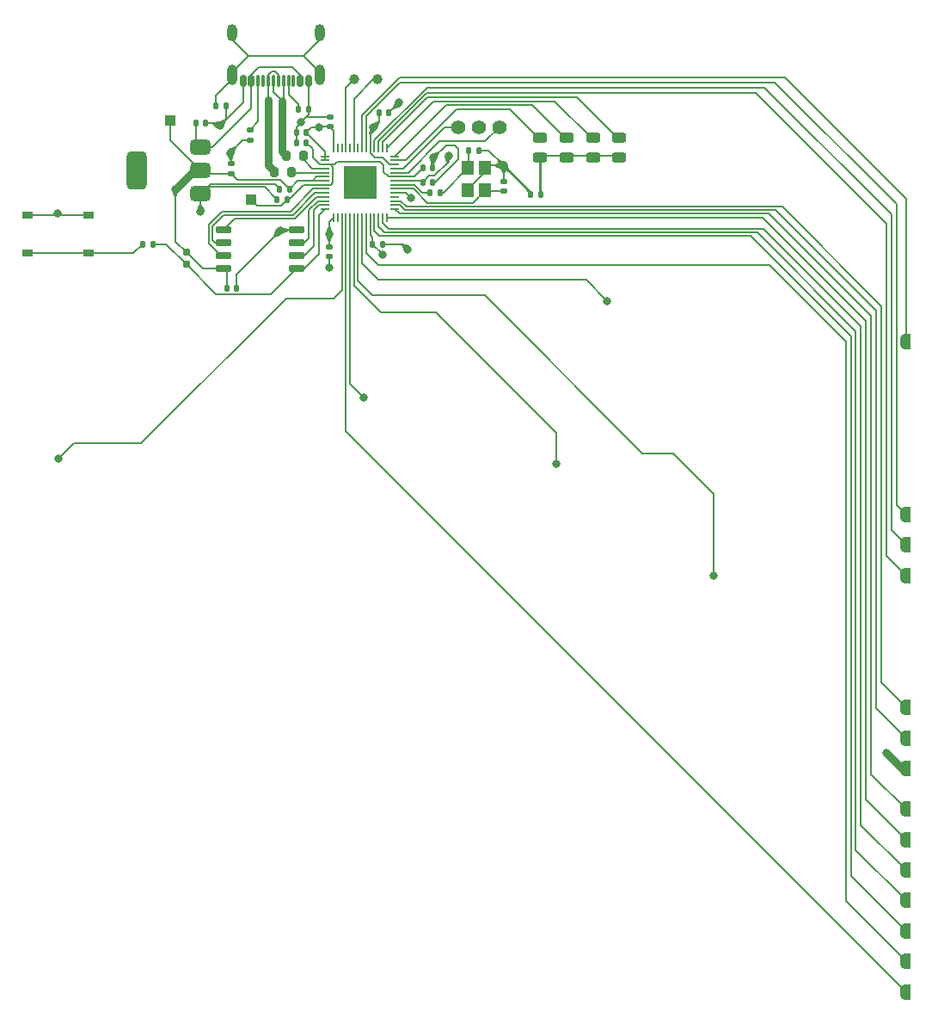
<source format=gbr>
%TF.GenerationSoftware,KiCad,Pcbnew,8.0.4*%
%TF.CreationDate,2024-07-30T01:54:57-07:00*%
%TF.ProjectId,3board_a,33626f61-7264-45f6-912e-6b696361645f,rev?*%
%TF.SameCoordinates,Original*%
%TF.FileFunction,Copper,L1,Top*%
%TF.FilePolarity,Positive*%
%FSLAX46Y46*%
G04 Gerber Fmt 4.6, Leading zero omitted, Abs format (unit mm)*
G04 Created by KiCad (PCBNEW 8.0.4) date 2024-07-30 01:54:57*
%MOMM*%
%LPD*%
G01*
G04 APERTURE LIST*
G04 Aperture macros list*
%AMRoundRect*
0 Rectangle with rounded corners*
0 $1 Rounding radius*
0 $2 $3 $4 $5 $6 $7 $8 $9 X,Y pos of 4 corners*
0 Add a 4 corners polygon primitive as box body*
4,1,4,$2,$3,$4,$5,$6,$7,$8,$9,$2,$3,0*
0 Add four circle primitives for the rounded corners*
1,1,$1+$1,$2,$3*
1,1,$1+$1,$4,$5*
1,1,$1+$1,$6,$7*
1,1,$1+$1,$8,$9*
0 Add four rect primitives between the rounded corners*
20,1,$1+$1,$2,$3,$4,$5,0*
20,1,$1+$1,$4,$5,$6,$7,0*
20,1,$1+$1,$6,$7,$8,$9,0*
20,1,$1+$1,$8,$9,$2,$3,0*%
%AMFreePoly0*
4,1,19,0.500000,-0.750000,0.000000,-0.750000,0.000000,-0.744911,-0.071157,-0.744911,-0.207708,-0.704816,-0.327430,-0.627875,-0.420627,-0.520320,-0.479746,-0.390866,-0.500000,-0.250000,-0.500000,0.250000,-0.479746,0.390866,-0.420627,0.520320,-0.327430,0.627875,-0.207708,0.704816,-0.071157,0.744911,0.000000,0.744911,0.000000,0.750000,0.500000,0.750000,0.500000,-0.750000,0.500000,-0.750000,
$1*%
G04 Aperture macros list end*
%TA.AperFunction,SMDPad,CuDef*%
%ADD10RoundRect,0.140000X0.170000X-0.140000X0.170000X0.140000X-0.170000X0.140000X-0.170000X-0.140000X0*%
%TD*%
%TA.AperFunction,SMDPad,CuDef*%
%ADD11RoundRect,0.135000X0.135000X0.185000X-0.135000X0.185000X-0.135000X-0.185000X0.135000X-0.185000X0*%
%TD*%
%TA.AperFunction,SMDPad,CuDef*%
%ADD12C,1.000000*%
%TD*%
%TA.AperFunction,ComponentPad*%
%ADD13C,0.600000*%
%TD*%
%TA.AperFunction,SMDPad,CuDef*%
%ADD14FreePoly0,0.000000*%
%TD*%
%TA.AperFunction,SMDPad,CuDef*%
%ADD15RoundRect,0.140000X-0.170000X0.140000X-0.170000X-0.140000X0.170000X-0.140000X0.170000X0.140000X0*%
%TD*%
%TA.AperFunction,SMDPad,CuDef*%
%ADD16RoundRect,0.140000X0.140000X0.170000X-0.140000X0.170000X-0.140000X-0.170000X0.140000X-0.170000X0*%
%TD*%
%TA.AperFunction,SMDPad,CuDef*%
%ADD17RoundRect,0.135000X-0.135000X-0.185000X0.135000X-0.185000X0.135000X0.185000X-0.135000X0.185000X0*%
%TD*%
%TA.AperFunction,SMDPad,CuDef*%
%ADD18RoundRect,0.243750X0.456250X-0.243750X0.456250X0.243750X-0.456250X0.243750X-0.456250X-0.243750X0*%
%TD*%
%TA.AperFunction,ComponentPad*%
%ADD19R,1.000000X1.000000*%
%TD*%
%TA.AperFunction,SMDPad,CuDef*%
%ADD20RoundRect,0.160000X-0.160000X0.197500X-0.160000X-0.197500X0.160000X-0.197500X0.160000X0.197500X0*%
%TD*%
%TA.AperFunction,SMDPad,CuDef*%
%ADD21RoundRect,0.140000X-0.140000X-0.170000X0.140000X-0.170000X0.140000X0.170000X-0.140000X0.170000X0*%
%TD*%
%TA.AperFunction,SMDPad,CuDef*%
%ADD22RoundRect,0.150000X0.150000X0.420000X-0.150000X0.420000X-0.150000X-0.420000X0.150000X-0.420000X0*%
%TD*%
%TA.AperFunction,SMDPad,CuDef*%
%ADD23RoundRect,0.075000X0.075000X0.495000X-0.075000X0.495000X-0.075000X-0.495000X0.075000X-0.495000X0*%
%TD*%
%TA.AperFunction,ComponentPad*%
%ADD24O,1.000000X2.000000*%
%TD*%
%TA.AperFunction,ComponentPad*%
%ADD25O,1.000000X1.700000*%
%TD*%
%TA.AperFunction,SMDPad,CuDef*%
%ADD26RoundRect,0.150000X0.650000X0.150000X-0.650000X0.150000X-0.650000X-0.150000X0.650000X-0.150000X0*%
%TD*%
%TA.AperFunction,ComponentPad*%
%ADD27C,1.400000*%
%TD*%
%TA.AperFunction,SMDPad,CuDef*%
%ADD28RoundRect,0.200000X-0.200000X-0.275000X0.200000X-0.275000X0.200000X0.275000X-0.200000X0.275000X0*%
%TD*%
%TA.AperFunction,SMDPad,CuDef*%
%ADD29R,1.200000X1.400000*%
%TD*%
%TA.AperFunction,SMDPad,CuDef*%
%ADD30R,1.000000X0.750000*%
%TD*%
%TA.AperFunction,SMDPad,CuDef*%
%ADD31RoundRect,0.500000X0.500000X1.400000X-0.500000X1.400000X-0.500000X-1.400000X0.500000X-1.400000X0*%
%TD*%
%TA.AperFunction,SMDPad,CuDef*%
%ADD32RoundRect,0.375000X0.625000X0.375000X-0.625000X0.375000X-0.625000X-0.375000X0.625000X-0.375000X0*%
%TD*%
%TA.AperFunction,SMDPad,CuDef*%
%ADD33RoundRect,0.050000X0.050000X-0.387500X0.050000X0.387500X-0.050000X0.387500X-0.050000X-0.387500X0*%
%TD*%
%TA.AperFunction,SMDPad,CuDef*%
%ADD34RoundRect,0.050000X0.387500X-0.050000X0.387500X0.050000X-0.387500X0.050000X-0.387500X-0.050000X0*%
%TD*%
%TA.AperFunction,HeatsinkPad*%
%ADD35R,3.200000X3.200000*%
%TD*%
%TA.AperFunction,SMDPad,CuDef*%
%ADD36RoundRect,0.135000X-0.185000X0.135000X-0.185000X-0.135000X0.185000X-0.135000X0.185000X0.135000X0*%
%TD*%
%TA.AperFunction,ViaPad*%
%ADD37C,0.800000*%
%TD*%
%TA.AperFunction,Conductor*%
%ADD38C,0.200000*%
%TD*%
%TA.AperFunction,Conductor*%
%ADD39C,0.800000*%
%TD*%
%TA.AperFunction,Conductor*%
%ADD40C,0.150000*%
%TD*%
%TA.AperFunction,Conductor*%
%ADD41C,0.250000*%
%TD*%
%TA.AperFunction,Conductor*%
%ADD42C,0.300000*%
%TD*%
G04 APERTURE END LIST*
D10*
%TO.P,C11,1*%
%TO.N,+3.3V*%
X81700000Y-31380000D03*
%TO.P,C11,2*%
%TO.N,GND*%
X81700000Y-30420000D03*
%TD*%
D11*
%TO.P,R9,1*%
%TO.N,Net-(D1-K)*%
X102510000Y-38000000D03*
%TO.P,R9,2*%
%TO.N,GND*%
X101490000Y-38000000D03*
%TD*%
D12*
%TO.P,TP4,1,1*%
%TO.N,Net-(U1-GPIO27_ADC1)*%
X84100000Y-26700000D03*
%TD*%
D13*
%TO.P,,57,GND*%
%TO.N,GND*%
X83700000Y-36840000D03*
%TD*%
D14*
%TO.P,JP5,1,A*%
%TO.N,/Main/A2*%
X138350000Y-91500000D03*
%TD*%
D15*
%TO.P,C3,1*%
%TO.N,GND*%
X98852000Y-36728000D03*
%TO.P,C3,2*%
%TO.N,/Main/XIN*%
X98852000Y-37688000D03*
%TD*%
D12*
%TO.P,TP3,1,1*%
%TO.N,Net-(U1-GPIO25)*%
X86400000Y-26700000D03*
%TD*%
D16*
%TO.P,C7,1*%
%TO.N,+3.3V*%
X79360000Y-31930000D03*
%TO.P,C7,2*%
%TO.N,GND*%
X78400000Y-31930000D03*
%TD*%
D13*
%TO.P,,57,GND*%
%TO.N,GND*%
X84716000Y-36840000D03*
%TD*%
D16*
%TO.P,C6,1*%
%TO.N,+1V1*%
X79360000Y-32930000D03*
%TO.P,C6,2*%
%TO.N,GND*%
X78400000Y-32930000D03*
%TD*%
D17*
%TO.P,R1,1*%
%TO.N,Net-(J1-SHIELD)*%
X70490000Y-29347000D03*
%TO.P,R1,2*%
%TO.N,GND*%
X71510000Y-29347000D03*
%TD*%
D18*
%TO.P,D2,1,K*%
%TO.N,Net-(D1-K)*%
X105010000Y-34350000D03*
%TO.P,D2,2,A*%
%TO.N,/Main/P2*%
X105010000Y-32475000D03*
%TD*%
D19*
%TO.P,TP2,1,1*%
%TO.N,+1V1*%
X73900000Y-38500000D03*
%TD*%
D11*
%TO.P,R4,1*%
%TO.N,Net-(C4-Pad2)*%
X92590000Y-37856000D03*
%TO.P,R4,2*%
%TO.N,/Main/XOUT*%
X91570000Y-37856000D03*
%TD*%
D13*
%TO.P,,57,GND*%
%TO.N,GND*%
X83700000Y-35824000D03*
%TD*%
D14*
%TO.P,JP11,1,A*%
%TO.N,/Main/R2*%
X138350000Y-113500000D03*
%TD*%
D10*
%TO.P,C2,1*%
%TO.N,+3.3V*%
X72000000Y-35980000D03*
%TO.P,C2,2*%
%TO.N,GND*%
X72000000Y-35020000D03*
%TD*%
D20*
%TO.P,R6,1*%
%TO.N,+3.3V*%
X67571000Y-43735500D03*
%TO.P,R6,2*%
%TO.N,/Main/QSPI_SS*%
X67571000Y-44930500D03*
%TD*%
D13*
%TO.P,,57,GND*%
%TO.N,GND*%
X84716000Y-37856000D03*
%TD*%
D17*
%TO.P,R5,1*%
%TO.N,Net-(R5-Pad1)*%
X63251000Y-42936000D03*
%TO.P,R5,2*%
%TO.N,/Main/QSPI_SS*%
X64271000Y-42936000D03*
%TD*%
D21*
%TO.P,C14,1*%
%TO.N,+3.3V*%
X90840000Y-36840000D03*
%TO.P,C14,2*%
%TO.N,GND*%
X91800000Y-36840000D03*
%TD*%
D22*
%TO.P,J1,A1,GND*%
%TO.N,GND*%
X79580000Y-26865000D03*
%TO.P,J1,A4,VBUS*%
%TO.N,VBUS*%
X78780000Y-26865000D03*
D23*
%TO.P,J1,A5,CC1*%
%TO.N,Net-(J1-CC1)*%
X77630000Y-26865000D03*
%TO.P,J1,A6,D+*%
%TO.N,/Main/D+*%
X76630000Y-26865000D03*
%TO.P,J1,A7,D-*%
%TO.N,/Main/D-*%
X76130000Y-26865000D03*
%TO.P,J1,A8,SBU1*%
%TO.N,unconnected-(J1-SBU1-PadA8)*%
X75130000Y-26865000D03*
D22*
%TO.P,J1,A9,VBUS*%
%TO.N,VBUS*%
X73980000Y-26865000D03*
%TO.P,J1,A12,GND*%
%TO.N,GND*%
X73180000Y-26865000D03*
%TO.P,J1,B1,GND*%
X73180000Y-26865000D03*
%TO.P,J1,B4,VBUS*%
%TO.N,VBUS*%
X73980000Y-26865000D03*
D23*
%TO.P,J1,B5,CC2*%
%TO.N,Net-(J1-CC2)*%
X74630000Y-26865000D03*
%TO.P,J1,B6,D+*%
%TO.N,/Main/D+*%
X75630000Y-26865000D03*
%TO.P,J1,B7,D-*%
%TO.N,/Main/D-*%
X77130000Y-26865000D03*
%TO.P,J1,B8,SBU2*%
%TO.N,unconnected-(J1-SBU2-PadB8)*%
X78130000Y-26865000D03*
D22*
%TO.P,J1,B9,VBUS*%
%TO.N,VBUS*%
X78780000Y-26865000D03*
%TO.P,J1,B12,GND*%
%TO.N,GND*%
X79580000Y-26865000D03*
D24*
%TO.P,J1,S1,SHIELD*%
%TO.N,Net-(J1-SHIELD)*%
X80700000Y-26295000D03*
D25*
X80700000Y-22100000D03*
D24*
X72060000Y-26295000D03*
D25*
X72060000Y-22100000D03*
%TD*%
D26*
%TO.P,U3,1,~{CS}*%
%TO.N,/Main/QSPI_SS*%
X78410000Y-45349000D03*
%TO.P,U3,2,DO(IO1)*%
%TO.N,/Main/QSPI_SD1*%
X78410000Y-44079000D03*
%TO.P,U3,3,IO2*%
%TO.N,/Main/QSPI_SD2*%
X78410000Y-42809000D03*
%TO.P,U3,4,GND*%
%TO.N,GND*%
X78410000Y-41539000D03*
%TO.P,U3,5,DI(IO0)*%
%TO.N,/Main/QSPI_SD0*%
X71210000Y-41539000D03*
%TO.P,U3,6,CLK*%
%TO.N,/Main/QSPI_SCLK*%
X71210000Y-42809000D03*
%TO.P,U3,7,IO3*%
%TO.N,/Main/QSPI_SD3*%
X71210000Y-44079000D03*
%TO.P,U3,8,VCC*%
%TO.N,+3.3V*%
X71210000Y-45349000D03*
%TD*%
D27*
%TO.P,J2,1,Pin_1*%
%TO.N,/Main/SWCLK*%
X98380000Y-31430000D03*
%TO.P,J2,2,Pin_2*%
%TO.N,GND*%
X96380000Y-31430000D03*
%TO.P,J2,3,Pin_3*%
%TO.N,/Main/SWDIO*%
X94380000Y-31430000D03*
%TD*%
D14*
%TO.P,JP9,1,A*%
%TO.N,/Main/L3*%
X138350000Y-52500000D03*
%TD*%
D21*
%TO.P,C8,1*%
%TO.N,+1V1*%
X90840000Y-35430000D03*
%TO.P,C8,2*%
%TO.N,GND*%
X91800000Y-35430000D03*
%TD*%
D13*
%TO.P,,57,GND*%
%TO.N,GND*%
X85732000Y-35824000D03*
%TD*%
D28*
%TO.P,R7,1*%
%TO.N,/Main/D-*%
X77425000Y-34250000D03*
%TO.P,R7,2*%
%TO.N,Net-(U1-USB_DM)*%
X79075000Y-34250000D03*
%TD*%
D18*
%TO.P,D1,1,K*%
%TO.N,Net-(D1-K)*%
X102420000Y-34350000D03*
%TO.P,D1,2,A*%
%TO.N,/Main/P1*%
X102420000Y-32475000D03*
%TD*%
D13*
%TO.P,,57,GND*%
%TO.N,GND*%
X84716000Y-35824000D03*
%TD*%
D14*
%TO.P,JP8,1,A*%
%TO.N,/Main/B4*%
X138350000Y-101500000D03*
%TD*%
%TO.P,JP2,1,A*%
%TO.N,/Main/S2*%
X138350000Y-72500000D03*
%TD*%
%TO.P,JP13,1,A*%
%TO.N,/Main/B1*%
X138350000Y-107500000D03*
%TD*%
D29*
%TO.P,Y1,1,1*%
%TO.N,/Main/XIN*%
X96996000Y-37630000D03*
%TO.P,Y1,2,2*%
%TO.N,GND*%
X96996000Y-35430000D03*
%TO.P,Y1,3,3*%
%TO.N,Net-(C4-Pad2)*%
X95296000Y-35430000D03*
%TO.P,Y1,4,4*%
%TO.N,GND*%
X95296000Y-37630000D03*
%TD*%
D28*
%TO.P,R8,1*%
%TO.N,/Main/D+*%
X76250000Y-35800000D03*
%TO.P,R8,2*%
%TO.N,Net-(U1-USB_DP)*%
X77900000Y-35800000D03*
%TD*%
D21*
%TO.P,C13,1*%
%TO.N,+3.3V*%
X85900000Y-42930000D03*
%TO.P,C13,2*%
%TO.N,GND*%
X86860000Y-42930000D03*
%TD*%
%TO.P,C1,1*%
%TO.N,VBUS*%
X68520000Y-31000000D03*
%TO.P,C1,2*%
%TO.N,GND*%
X69480000Y-31000000D03*
%TD*%
D14*
%TO.P,JP12,1,A*%
%TO.N,/Main/B2*%
X138350000Y-110500000D03*
%TD*%
%TO.P,JP10,1,A*%
%TO.N,/Main/B3*%
X138350000Y-98500000D03*
%TD*%
D13*
%TO.P,,57,GND*%
%TO.N,GND*%
X85732000Y-36840000D03*
%TD*%
D30*
%TO.P,SW1,1,1*%
%TO.N,GND*%
X51905000Y-40055000D03*
X57905000Y-40055000D03*
%TO.P,SW1,2,2*%
%TO.N,Net-(R5-Pad1)*%
X51905000Y-43805000D03*
X57905000Y-43805000D03*
%TD*%
D14*
%TO.P,JP4,1,A*%
%TO.N,/Main/A1*%
X138350000Y-88500000D03*
%TD*%
D18*
%TO.P,D3,1,K*%
%TO.N,Net-(D1-K)*%
X107600000Y-34350000D03*
%TO.P,D3,2,A*%
%TO.N,/Main/P3*%
X107600000Y-32475000D03*
%TD*%
D14*
%TO.P,JP1,1,A*%
%TO.N,GND*%
X138350000Y-94500000D03*
%TD*%
%TO.P,JP6,1,A*%
%TO.N,/Main/L1*%
X138350000Y-69500000D03*
%TD*%
D19*
%TO.P,TP1,1,1*%
%TO.N,+3.3V*%
X66000000Y-30750000D03*
%TD*%
D13*
%TO.P,,57,GND*%
%TO.N,GND*%
X85732000Y-37856000D03*
%TD*%
D14*
%TO.P,JP3,1,A*%
%TO.N,/Main/S1*%
X138350000Y-75500000D03*
%TD*%
D17*
%TO.P,R3,1*%
%TO.N,Net-(J1-CC1)*%
X78620000Y-29680000D03*
%TO.P,R3,2*%
%TO.N,GND*%
X79640000Y-29680000D03*
%TD*%
D31*
%TO.P,U2,*%
%TO.N,*%
X62672000Y-35678000D03*
D32*
%TO.P,U2,1,GND*%
%TO.N,GND*%
X68972000Y-37978000D03*
%TO.P,U2,2,VO*%
%TO.N,+3.3V*%
X68972000Y-35678000D03*
%TO.P,U2,3,VI*%
%TO.N,VBUS*%
X68972000Y-33378000D03*
%TD*%
D13*
%TO.P,,57,GND*%
%TO.N,GND*%
X83700000Y-37856000D03*
%TD*%
D33*
%TO.P,U1,1,IOVDD*%
%TO.N,+3.3V*%
X82078000Y-40315500D03*
%TO.P,U1,2,GPIO0*%
%TO.N,unconnected-(U1-GPIO0-Pad2)*%
X82478000Y-40315500D03*
%TO.P,U1,3,GPIO1*%
%TO.N,L2*%
X82878000Y-40315500D03*
%TO.P,U1,4,GPIO2*%
%TO.N,/Main/SPACE*%
X83278000Y-40315500D03*
%TO.P,U1,5,GPIO3*%
%TO.N,LEFT*%
X83678000Y-40315500D03*
%TO.P,U1,6,GPIO4*%
%TO.N,DOWN*%
X84078000Y-40315500D03*
%TO.P,U1,7,GPIO5*%
%TO.N,RIGHT*%
X84478000Y-40315500D03*
%TO.P,U1,8,GPIO6*%
%TO.N,W*%
X84878000Y-40315500D03*
%TO.P,U1,9,GPIO7*%
%TO.N,/Main/R2*%
X85278000Y-40315500D03*
%TO.P,U1,10,IOVDD*%
%TO.N,+3.3V*%
X85678000Y-40315500D03*
%TO.P,U1,11,GPIO8*%
%TO.N,/Main/B2*%
X86078000Y-40315500D03*
%TO.P,U1,12,GPIO9*%
%TO.N,/Main/B1*%
X86478000Y-40315500D03*
%TO.P,U1,13,GPIO10*%
%TO.N,/Main/R1*%
X86878000Y-40315500D03*
%TO.P,U1,14,GPIO11*%
%TO.N,/Main/B4*%
X87278000Y-40315500D03*
D34*
%TO.P,U1,15,GPIO12*%
%TO.N,/Main/B3*%
X88115500Y-39478000D03*
%TO.P,U1,16,GPIO13*%
%TO.N,/Main/A2*%
X88115500Y-39078000D03*
%TO.P,U1,17,GPIO14*%
%TO.N,/Main/A1*%
X88115500Y-38678000D03*
%TO.P,U1,18,GPIO15*%
%TO.N,unconnected-(U1-GPIO15-Pad18)*%
X88115500Y-38278000D03*
%TO.P,U1,19,TESTEN*%
%TO.N,GND*%
X88115500Y-37878000D03*
%TO.P,U1,20,XIN*%
%TO.N,/Main/XIN*%
X88115500Y-37478000D03*
%TO.P,U1,21,XOUT*%
%TO.N,/Main/XOUT*%
X88115500Y-37078000D03*
%TO.P,U1,22,IOVDD*%
%TO.N,+3.3V*%
X88115500Y-36678000D03*
%TO.P,U1,23,DVDD*%
%TO.N,+1V1*%
X88115500Y-36278000D03*
%TO.P,U1,24,SWCLK*%
%TO.N,/Main/SWCLK*%
X88115500Y-35878000D03*
%TO.P,U1,25,SWD*%
%TO.N,/Main/SWDIO*%
X88115500Y-35478000D03*
%TO.P,U1,26,RUN*%
%TO.N,+3.3V*%
X88115500Y-35078000D03*
%TO.P,U1,27,GPIO16*%
%TO.N,/Main/P1*%
X88115500Y-34678000D03*
%TO.P,U1,28,GPIO17*%
%TO.N,/Main/P2*%
X88115500Y-34278000D03*
D33*
%TO.P,U1,29,GPIO18*%
%TO.N,/Main/P3*%
X87278000Y-33440500D03*
%TO.P,U1,30,GPIO19*%
%TO.N,/Main/P4*%
X86878000Y-33440500D03*
%TO.P,U1,31,GPIO20*%
%TO.N,/Main/S1*%
X86478000Y-33440500D03*
%TO.P,U1,32,GPIO21*%
%TO.N,/Main/S2*%
X86078000Y-33440500D03*
%TO.P,U1,33,IOVDD*%
%TO.N,+3.3V*%
X85678000Y-33440500D03*
%TO.P,U1,34,GPIO22*%
%TO.N,/Main/L1*%
X85278000Y-33440500D03*
%TO.P,U1,35,GPIO23*%
%TO.N,/Main/L3*%
X84878000Y-33440500D03*
%TO.P,U1,36,GPIO24*%
%TO.N,unconnected-(U1-GPIO24-Pad36)*%
X84478000Y-33440500D03*
%TO.P,U1,37,GPIO25*%
%TO.N,Net-(U1-GPIO25)*%
X84078000Y-33440500D03*
%TO.P,U1,38,GPIO26_ADC0*%
%TO.N,unconnected-(U1-GPIO26_ADC0-Pad38)*%
X83678000Y-33440500D03*
%TO.P,U1,39,GPIO27_ADC1*%
%TO.N,Net-(U1-GPIO27_ADC1)*%
X83278000Y-33440500D03*
%TO.P,U1,40,GPIO28_ADC2*%
%TO.N,unconnected-(U1-GPIO28_ADC2-Pad40)*%
X82878000Y-33440500D03*
%TO.P,U1,41,GPIO29_ADC3*%
%TO.N,unconnected-(U1-GPIO29_ADC3-Pad41)*%
X82478000Y-33440500D03*
%TO.P,U1,42,IOVDD*%
%TO.N,+3.3V*%
X82078000Y-33440500D03*
D34*
%TO.P,U1,43,ADC_AVDD*%
X81240500Y-34278000D03*
%TO.P,U1,44,VREG_IN*%
X81240500Y-34678000D03*
%TO.P,U1,45,VREG_VOUT*%
%TO.N,+1V1*%
X81240500Y-35078000D03*
%TO.P,U1,46,USB_DM*%
%TO.N,Net-(U1-USB_DM)*%
X81240500Y-35478000D03*
%TO.P,U1,47,USB_DP*%
%TO.N,Net-(U1-USB_DP)*%
X81240500Y-35878000D03*
%TO.P,U1,48,USB_VDD*%
%TO.N,+3.3V*%
X81240500Y-36278000D03*
%TO.P,U1,49,IOVDD*%
X81240500Y-36678000D03*
%TO.P,U1,50,DVDD*%
%TO.N,+1V1*%
X81240500Y-37078000D03*
%TO.P,U1,51,QSPI_SD3*%
%TO.N,/Main/QSPI_SD3*%
X81240500Y-37478000D03*
%TO.P,U1,52,QSPI_SCLK*%
%TO.N,/Main/QSPI_SCLK*%
X81240500Y-37878000D03*
%TO.P,U1,53,QSPI_SD0*%
%TO.N,/Main/QSPI_SD0*%
X81240500Y-38278000D03*
%TO.P,U1,54,QSPI_SD2*%
%TO.N,/Main/QSPI_SD2*%
X81240500Y-38678000D03*
%TO.P,U1,55,QSPI_SD1*%
%TO.N,/Main/QSPI_SD1*%
X81240500Y-39078000D03*
%TO.P,U1,56,QSPI_SS*%
%TO.N,/Main/QSPI_SS*%
X81240500Y-39478000D03*
D35*
%TO.P,U1,57,GND*%
%TO.N,GND*%
X84678000Y-36878000D03*
%TD*%
D21*
%TO.P,C5,1*%
%TO.N,+3.3V*%
X71536000Y-47254000D03*
%TO.P,C5,2*%
%TO.N,GND*%
X72496000Y-47254000D03*
%TD*%
%TO.P,C15,1*%
%TO.N,+3.3V*%
X86520000Y-30000000D03*
%TO.P,C15,2*%
%TO.N,GND*%
X87480000Y-30000000D03*
%TD*%
D14*
%TO.P,JP14,1,A*%
%TO.N,/Main/SPACE*%
X138350000Y-116500000D03*
%TD*%
D16*
%TO.P,C10,1*%
%TO.N,+3.3V*%
X77730000Y-37500000D03*
%TO.P,C10,2*%
%TO.N,GND*%
X76770000Y-37500000D03*
%TD*%
%TO.P,C9,1*%
%TO.N,+1V1*%
X77480000Y-38500000D03*
%TO.P,C9,2*%
%TO.N,GND*%
X76520000Y-38500000D03*
%TD*%
D18*
%TO.P,D4,1,K*%
%TO.N,Net-(D1-K)*%
X110190000Y-34350000D03*
%TO.P,D4,2,A*%
%TO.N,/Main/P4*%
X110190000Y-32475000D03*
%TD*%
D36*
%TO.P,R2,1*%
%TO.N,Net-(J1-CC2)*%
X73822000Y-31668000D03*
%TO.P,R2,2*%
%TO.N,GND*%
X73822000Y-32688000D03*
%TD*%
D16*
%TO.P,C4,1*%
%TO.N,GND*%
X96360000Y-33680000D03*
%TO.P,C4,2*%
%TO.N,Net-(C4-Pad2)*%
X95400000Y-33680000D03*
%TD*%
D15*
%TO.P,C12,1*%
%TO.N,+3.3V*%
X81630000Y-43200000D03*
%TO.P,C12,2*%
%TO.N,GND*%
X81630000Y-44160000D03*
%TD*%
D14*
%TO.P,JP7,1,A*%
%TO.N,/Main/R1*%
X138350000Y-104500000D03*
%TD*%
D37*
%TO.N,GND*%
X88500000Y-29000000D03*
X89669000Y-38364000D03*
X81668000Y-45222000D03*
X71880000Y-33930000D03*
X98813000Y-35189000D03*
X89380000Y-43430000D03*
X68968000Y-39761000D03*
X136500000Y-93000000D03*
X76778500Y-41602500D03*
X70873000Y-31252000D03*
X78880000Y-30930000D03*
X54880000Y-39930000D03*
X91880000Y-34430000D03*
%TO.N,+3.3V*%
X80630000Y-31430000D03*
X86880000Y-43930000D03*
X86000000Y-31430000D03*
X81630000Y-41930000D03*
X93380000Y-34180000D03*
X66500000Y-37500000D03*
%TO.N,DOWN*%
X104000000Y-64500000D03*
%TO.N,RIGHT*%
X119500000Y-75500000D03*
%TO.N,LEFT*%
X85000000Y-58000000D03*
%TO.N,L2*%
X55000000Y-64000000D03*
%TO.N,W*%
X109000000Y-48500000D03*
%TD*%
D38*
%TO.N,VBUS*%
X73980000Y-26862590D02*
X73980000Y-27315000D01*
X78780000Y-27315000D02*
X78780000Y-26745001D01*
X73980000Y-26865000D02*
X73980000Y-26295001D01*
X78780000Y-26280000D02*
X78780000Y-26865000D01*
X68520000Y-32926000D02*
X68972000Y-33378000D01*
X73980000Y-26295001D02*
X74745001Y-25530000D01*
X73980000Y-29570000D02*
X73980000Y-27400000D01*
X78030000Y-25530000D02*
X78780000Y-26280000D01*
X68520000Y-31000000D02*
X68520000Y-32926000D01*
X69302000Y-33048000D02*
X68972000Y-33378000D01*
X68972000Y-33378000D02*
X70172000Y-33378000D01*
X70172000Y-33378000D02*
X73980000Y-29570000D01*
X74745001Y-25530000D02*
X78030000Y-25530000D01*
%TO.N,GND*%
X73180000Y-28945000D02*
X73180000Y-27400000D01*
X78400000Y-31410000D02*
X78880000Y-30930000D01*
X69950000Y-37000000D02*
X68972000Y-37978000D01*
D39*
X138430000Y-94500000D02*
X138000000Y-94500000D01*
D38*
X98852000Y-35228000D02*
X98813000Y-35189000D01*
D40*
X55005000Y-40055000D02*
X57905000Y-40055000D01*
D38*
X69480000Y-31000000D02*
X70621000Y-31000000D01*
X76842000Y-41539000D02*
X78410000Y-41539000D01*
D39*
X84716000Y-36916000D02*
X84716000Y-36840000D01*
D38*
X97304000Y-33680000D02*
X96360000Y-33680000D01*
X79580000Y-27400000D02*
X79580000Y-29370000D01*
X95296000Y-37530000D02*
X96996000Y-35830000D01*
X91800000Y-34510000D02*
X91880000Y-34430000D01*
X89183000Y-37878000D02*
X89669000Y-38364000D01*
X96996000Y-35830000D02*
X96996000Y-35430000D01*
D40*
X51905000Y-40055000D02*
X54755000Y-40055000D01*
D38*
X98852000Y-36728000D02*
X98852000Y-35228000D01*
X79640000Y-30170000D02*
X78880000Y-30930000D01*
X79390000Y-30420000D02*
X78880000Y-30930000D01*
D39*
X84716000Y-36840000D02*
X84640000Y-36840000D01*
D38*
X81668000Y-44198000D02*
X81630000Y-44160000D01*
X88500000Y-29000000D02*
X88480000Y-29000000D01*
X98813000Y-35189000D02*
X97237000Y-35189000D01*
X88480000Y-29000000D02*
X87480000Y-30000000D01*
X73122000Y-32688000D02*
X73822000Y-32688000D01*
X75320000Y-37300000D02*
X69650000Y-37300000D01*
D39*
X138000000Y-94500000D02*
X136500000Y-93000000D01*
D38*
X91800000Y-36840000D02*
X92079999Y-36840000D01*
X69650000Y-37300000D02*
X68972000Y-37978000D01*
X71510000Y-29347000D02*
X71510000Y-30615000D01*
X98813000Y-35189000D02*
X97304000Y-33680000D01*
X76778500Y-41602500D02*
X76842000Y-41539000D01*
X91800000Y-35430000D02*
X91800000Y-34510000D01*
X70873000Y-31252000D02*
X73180000Y-28945000D01*
X92079999Y-36840000D02*
X94380000Y-34539999D01*
X79580000Y-29370000D02*
X79640000Y-29430000D01*
D39*
X84640000Y-36840000D02*
X84678000Y-36878000D01*
D38*
X88115500Y-37878000D02*
X89183000Y-37878000D01*
D40*
X54755000Y-40055000D02*
X54880000Y-39930000D01*
X54880000Y-39930000D02*
X55005000Y-40055000D01*
D38*
X86860000Y-42930000D02*
X88880000Y-42930000D01*
X79640000Y-29680000D02*
X79640000Y-30170000D01*
X76270000Y-37000000D02*
X69950000Y-37000000D01*
X93122000Y-33188000D02*
X91880000Y-34430000D01*
X81700000Y-30420000D02*
X79390000Y-30420000D01*
X78400000Y-31930000D02*
X78400000Y-31410000D01*
X76770000Y-37500000D02*
X76270000Y-37000000D01*
X94007975Y-33188000D02*
X93122000Y-33188000D01*
X95296000Y-37630000D02*
X95296000Y-37530000D01*
X76778500Y-41602500D02*
X72496000Y-45885000D01*
X78400000Y-32930000D02*
X78400000Y-31930000D01*
X68968000Y-39761000D02*
X68968000Y-37982000D01*
D41*
X101490000Y-38000000D02*
X101490000Y-37866000D01*
D38*
X70621000Y-31000000D02*
X70873000Y-31252000D01*
X68968000Y-37982000D02*
X68972000Y-37978000D01*
X71880000Y-33930000D02*
X73122000Y-32688000D01*
X76520000Y-38500000D02*
X75320000Y-37300000D01*
D41*
X101490000Y-37866000D02*
X98813000Y-35189000D01*
D38*
X72000000Y-35020000D02*
X72000000Y-34050000D01*
X94380000Y-33560025D02*
X94007975Y-33188000D01*
X72000000Y-34050000D02*
X71880000Y-33930000D01*
X81668000Y-45222000D02*
X81668000Y-44198000D01*
X95296000Y-37630000D02*
X95296000Y-37730000D01*
X88880000Y-42930000D02*
X89380000Y-43430000D01*
X72496000Y-45885000D02*
X72496000Y-47254000D01*
X71510000Y-30615000D02*
X70873000Y-31252000D01*
X97237000Y-35189000D02*
X96996000Y-35430000D01*
X94380000Y-34539999D02*
X94380000Y-33560025D01*
%TO.N,+3.3V*%
X86911640Y-34408000D02*
X87581640Y-35078000D01*
X68972000Y-35678000D02*
X66000000Y-32706000D01*
X69090000Y-35796000D02*
X68972000Y-35678000D01*
X81630000Y-41930000D02*
X81630000Y-42968000D01*
X85900000Y-42930000D02*
X85900000Y-42248000D01*
X87581640Y-35078000D02*
X88115500Y-35078000D01*
X76830000Y-36600000D02*
X72620000Y-36600000D01*
X81240500Y-34678000D02*
X81240500Y-33810500D01*
X85678000Y-42026000D02*
X85678000Y-40315500D01*
X85678000Y-33974360D02*
X86111640Y-34408000D01*
X67571000Y-43735500D02*
X66500000Y-42664500D01*
X67571000Y-43735500D02*
X69184500Y-45349000D01*
X90678000Y-36678000D02*
X88115500Y-36678000D01*
X81630000Y-42968000D02*
X81862000Y-43200000D01*
X90840000Y-36840000D02*
X90678000Y-36678000D01*
X81700000Y-31380000D02*
X81700000Y-31400000D01*
X81700000Y-31400000D02*
X82078000Y-31778000D01*
X81240500Y-36278000D02*
X80400000Y-36278000D01*
X72620000Y-36600000D02*
X72000000Y-35980000D01*
X69184500Y-45349000D02*
X71210000Y-45349000D01*
X91986134Y-36180000D02*
X91500000Y-36180000D01*
X66000000Y-32706000D02*
X66000000Y-30750000D01*
X79860000Y-31430000D02*
X79360000Y-31930000D01*
X93380000Y-34786134D02*
X91986134Y-36180000D01*
X81630000Y-40763500D02*
X82078000Y-40315500D01*
X77730000Y-37500000D02*
X76830000Y-36600000D01*
D39*
X68972000Y-35678000D02*
X68322000Y-35678000D01*
D38*
X81630000Y-41930000D02*
X81630000Y-40763500D01*
X86520000Y-30910000D02*
X86000000Y-31430000D01*
X86111640Y-34408000D02*
X86911640Y-34408000D01*
D39*
X68322000Y-35678000D02*
X66500000Y-37500000D01*
D38*
X78552000Y-36678000D02*
X80000000Y-36678000D01*
X93380000Y-34180000D02*
X93380000Y-34786134D01*
X69330000Y-35678000D02*
X69632000Y-35980000D01*
X80680000Y-31380000D02*
X80630000Y-31430000D01*
X77730000Y-37500000D02*
X78552000Y-36678000D01*
X85900000Y-42248000D02*
X85678000Y-42026000D01*
D42*
X69204000Y-35910000D02*
X68972000Y-35678000D01*
D38*
X91500000Y-36180000D02*
X90840000Y-36840000D01*
X71210000Y-45349000D02*
X71536000Y-45675000D01*
X86880000Y-43930000D02*
X86880000Y-43910000D01*
X81240500Y-36678000D02*
X80000000Y-36678000D01*
X86520000Y-30000000D02*
X86520000Y-30910000D01*
X66500000Y-42664500D02*
X66500000Y-37500000D01*
X69632000Y-35980000D02*
X72000000Y-35980000D01*
X80400000Y-36278000D02*
X80000000Y-36678000D01*
X85678000Y-33440500D02*
X85678000Y-33974360D01*
X80630000Y-31430000D02*
X79860000Y-31430000D01*
X85678000Y-31752000D02*
X85678000Y-33440500D01*
X81240500Y-34678000D02*
X81240500Y-34278000D01*
X81700000Y-31380000D02*
X80680000Y-31380000D01*
X68972000Y-35678000D02*
X69330000Y-35678000D01*
X86880000Y-43910000D02*
X85900000Y-42930000D01*
X82078000Y-31778000D02*
X82078000Y-33440500D01*
X71536000Y-45675000D02*
X71536000Y-47254000D01*
X81240500Y-33810500D02*
X79360000Y-31930000D01*
X86000000Y-31430000D02*
X85678000Y-31752000D01*
D40*
%TO.N,Net-(C4-Pad2)*%
X95400000Y-35326000D02*
X95296000Y-35430000D01*
X92870000Y-37856000D02*
X92590000Y-37856000D01*
X95400000Y-33930000D02*
X95400000Y-35326000D01*
X95296000Y-35430000D02*
X92870000Y-37856000D01*
D38*
%TO.N,Net-(J1-SHIELD)*%
X73660000Y-24430000D02*
X72060000Y-26030000D01*
X79100000Y-24430000D02*
X73660000Y-24430000D01*
X70490000Y-29347000D02*
X70490000Y-28265000D01*
X70490000Y-28265000D02*
X72060000Y-26695000D01*
X80700000Y-22100000D02*
X80700000Y-22830000D01*
X72060000Y-22100000D02*
X72060000Y-22830000D01*
X80700000Y-26280000D02*
X80700000Y-26030000D01*
X72060000Y-22830000D02*
X73660000Y-24430000D01*
X72060000Y-26030000D02*
X72060000Y-26280000D01*
X80700000Y-22830000D02*
X79100000Y-24430000D01*
X80700000Y-26030000D02*
X79100000Y-24430000D01*
%TO.N,Net-(J1-CC2)*%
X74630000Y-30860000D02*
X74630000Y-27400000D01*
X73822000Y-31668000D02*
X74630000Y-30860000D01*
D40*
%TO.N,Net-(J1-CC1)*%
X78620000Y-29170000D02*
X77630000Y-28180000D01*
X77630000Y-28180000D02*
X77630000Y-27400000D01*
X78620000Y-29680000D02*
X78620000Y-29170000D01*
%TO.N,Net-(U1-GPIO25)*%
X84078000Y-28622000D02*
X84078000Y-33440500D01*
X86000000Y-26700000D02*
X84078000Y-28622000D01*
X86400000Y-26700000D02*
X86000000Y-26700000D01*
%TO.N,Net-(U1-GPIO27_ADC1)*%
X83278000Y-27522000D02*
X84100000Y-26700000D01*
X83278000Y-33440500D02*
X83278000Y-27522000D01*
D38*
%TO.N,+1V1*%
X81978000Y-36874360D02*
X81774360Y-37078000D01*
X80000000Y-34371360D02*
X80000000Y-33570000D01*
X81978000Y-35281640D02*
X81978000Y-36874360D01*
X81774360Y-35078000D02*
X81978000Y-35281640D01*
X77480000Y-38500000D02*
X76870000Y-39110000D01*
X81240500Y-35078000D02*
X81774360Y-35078000D01*
X87002000Y-35128000D02*
X87002000Y-35820360D01*
X87459640Y-36278000D02*
X88115500Y-36278000D01*
X77480000Y-38500000D02*
X77666134Y-38500000D01*
X80706640Y-35078000D02*
X80000000Y-34371360D01*
X79088134Y-37078000D02*
X81240500Y-37078000D01*
X89992000Y-36278000D02*
X90840000Y-35430000D01*
X81240500Y-35078000D02*
X80706640Y-35078000D01*
X81774360Y-37078000D02*
X81240500Y-37078000D01*
X88115500Y-36278000D02*
X89992000Y-36278000D01*
X80000000Y-33570000D02*
X79360000Y-32930000D01*
X82430000Y-34808000D02*
X86682000Y-34808000D01*
X74510000Y-39110000D02*
X73900000Y-38500000D01*
X81240500Y-35078000D02*
X82160000Y-35078000D01*
X86682000Y-34808000D02*
X87002000Y-35128000D01*
X77666134Y-38500000D02*
X79088134Y-37078000D01*
X82160000Y-35078000D02*
X82430000Y-34808000D01*
X76870000Y-39110000D02*
X74510000Y-39110000D01*
X87002000Y-35820360D02*
X87459640Y-36278000D01*
D40*
%TO.N,Net-(R5-Pad1)*%
X57905000Y-43805000D02*
X62382000Y-43805000D01*
X63245000Y-42930000D02*
X63251000Y-42936000D01*
X62382000Y-43805000D02*
X63251000Y-42936000D01*
X57905000Y-43805000D02*
X51905000Y-43805000D01*
D38*
%TO.N,Net-(U1-USB_DM)*%
X81240500Y-35478000D02*
X79988000Y-35478000D01*
X79988000Y-35478000D02*
X79010000Y-34500000D01*
%TO.N,Net-(U1-USB_DP)*%
X78028000Y-35878000D02*
X77900000Y-35750000D01*
X81240500Y-35878000D02*
X77978000Y-35878000D01*
X77978000Y-35878000D02*
X77900000Y-35800000D01*
D40*
%TO.N,/Main/XIN*%
X89937026Y-37478000D02*
X88115500Y-37478000D01*
X95746000Y-38880000D02*
X91339026Y-38880000D01*
X97238000Y-37688000D02*
X98852000Y-37688000D01*
X97180000Y-37630000D02*
X97238000Y-37688000D01*
X91339026Y-38880000D02*
X89937026Y-37478000D01*
X96996000Y-37630000D02*
X95746000Y-38880000D01*
X96996000Y-37630000D02*
X97180000Y-37630000D01*
%TO.N,/Main/XOUT*%
X90810000Y-37856000D02*
X90032000Y-37078000D01*
X91570000Y-37856000D02*
X90810000Y-37856000D01*
X90032000Y-37078000D02*
X88115500Y-37078000D01*
%TO.N,/Main/QSPI_SS*%
X75920000Y-47839000D02*
X78410000Y-45349000D01*
X67571000Y-44930500D02*
X70479500Y-47839000D01*
X64271000Y-42936000D02*
X65576500Y-42936000D01*
X78410000Y-45349000D02*
X79209999Y-45349000D01*
X65576500Y-42936000D02*
X67571000Y-44930500D01*
X80652000Y-40066500D02*
X81240500Y-39478000D01*
X70479500Y-47839000D02*
X75920000Y-47839000D01*
X80652000Y-43906999D02*
X80652000Y-40066500D01*
X79209999Y-45349000D02*
X80652000Y-43906999D01*
D38*
%TO.N,/Main/D-*%
X77130000Y-28781880D02*
X76994470Y-28781880D01*
X76130000Y-27917410D02*
X76130000Y-27315000D01*
D39*
X76994470Y-33819470D02*
X77425000Y-34250000D01*
X76994470Y-28781880D02*
X76994470Y-33819470D01*
D38*
X76994470Y-28781880D02*
X76130000Y-27917410D01*
X76130000Y-27781880D02*
X76130000Y-26880000D01*
X77130000Y-26880000D02*
X77130000Y-28781880D01*
%TO.N,/Main/D+*%
X75952590Y-25930000D02*
X75630000Y-26252590D01*
X76307410Y-25930000D02*
X75952590Y-25930000D01*
X76630000Y-26880000D02*
X76630000Y-26252590D01*
D39*
X76250000Y-35750000D02*
X75630000Y-35130000D01*
D38*
X76630000Y-26252590D02*
X76307410Y-25930000D01*
D39*
X75630000Y-35130000D02*
X75630000Y-28680000D01*
D38*
X75630000Y-26252590D02*
X75630000Y-28680000D01*
D40*
%TO.N,/Main/SWCLK*%
X92497000Y-32813000D02*
X89432000Y-35878000D01*
X98380000Y-31430000D02*
X96997000Y-32813000D01*
X89432000Y-35878000D02*
X88115500Y-35878000D01*
X96997000Y-32813000D02*
X92497000Y-32813000D01*
%TO.N,/Main/SWDIO*%
X88922000Y-35478000D02*
X92970000Y-31430000D01*
X88115500Y-35478000D02*
X88922000Y-35478000D01*
X92970000Y-31430000D02*
X94380000Y-31430000D01*
%TO.N,/Main/QSPI_SD3*%
X71000000Y-44079000D02*
X71210000Y-44079000D01*
X69785000Y-42864000D02*
X71000000Y-44079000D01*
X71065000Y-39696000D02*
X69785000Y-40976000D01*
X77818016Y-39696000D02*
X71065000Y-39696000D01*
X80036016Y-37478000D02*
X77818016Y-39696000D01*
X81240500Y-37478000D02*
X80036016Y-37478000D01*
X69785000Y-40976000D02*
X69785000Y-42864000D01*
%TO.N,/Main/QSPI_SCLK*%
X71223000Y-40046000D02*
X70135000Y-41134000D01*
X78075042Y-40046000D02*
X71223000Y-40046000D01*
X70135000Y-41134000D02*
X70135000Y-42533999D01*
X70135000Y-42533999D02*
X70410001Y-42809000D01*
X81240500Y-37878000D02*
X80243042Y-37878000D01*
X70410001Y-42809000D02*
X71210000Y-42809000D01*
X80243042Y-37878000D02*
X78075042Y-40046000D01*
%TO.N,/Main/QSPI_SD0*%
X78220016Y-40396000D02*
X80338016Y-38278000D01*
X80338016Y-38278000D02*
X81240500Y-38278000D01*
X71210000Y-41539000D02*
X72353000Y-40396000D01*
X72353000Y-40396000D02*
X78220016Y-40396000D01*
%TO.N,/Main/QSPI_SD2*%
X79630000Y-39582000D02*
X80534000Y-38678000D01*
X80534000Y-38678000D02*
X81240500Y-38678000D01*
X78410000Y-42809000D02*
X79209999Y-42809000D01*
X79630000Y-42388999D02*
X79630000Y-39582000D01*
X79209999Y-42809000D02*
X79630000Y-42388999D01*
%TO.N,/Main/QSPI_SD1*%
X80628974Y-39078000D02*
X81240500Y-39078000D01*
X78410000Y-44079000D02*
X79209999Y-44079000D01*
X80144000Y-43144999D02*
X80144000Y-39562974D01*
X80144000Y-39562974D02*
X80628974Y-39078000D01*
X79209999Y-44079000D02*
X80144000Y-43144999D01*
D38*
%TO.N,Net-(D1-K)*%
X102420000Y-34200000D02*
X110190000Y-34200000D01*
D41*
X102420000Y-37910000D02*
X102510000Y-38000000D01*
X102420000Y-34437500D02*
X102420000Y-37910000D01*
D40*
%TO.N,/Main/S2*%
X86078000Y-32681335D02*
X91259335Y-27500000D01*
X137000000Y-71070000D02*
X138430000Y-72500000D01*
X137000000Y-40000000D02*
X137000000Y-71070000D01*
X91259335Y-27500000D02*
X124500000Y-27500000D01*
X124500000Y-27500000D02*
X137000000Y-40000000D01*
X86078000Y-33440500D02*
X86078000Y-32681335D01*
%TO.N,/Main/S1*%
X136500000Y-73570000D02*
X138430000Y-75500000D01*
X123610632Y-28000000D02*
X136500000Y-40889368D01*
X86478000Y-32776310D02*
X91254310Y-28000000D01*
X136500000Y-40889368D02*
X136500000Y-73570000D01*
X86478000Y-33440500D02*
X86478000Y-32776310D01*
X91254310Y-28000000D02*
X123610632Y-28000000D01*
%TO.N,/Main/A1*%
X136000000Y-49000000D02*
X126230000Y-39230000D01*
X89260980Y-39230000D02*
X88708980Y-38678000D01*
X138430000Y-88500000D02*
X136000000Y-86070000D01*
X136000000Y-86070000D02*
X136000000Y-49000000D01*
X126230000Y-39230000D02*
X89260980Y-39230000D01*
X88708980Y-38678000D02*
X88115500Y-38678000D01*
%TO.N,/Main/A2*%
X138430000Y-91500000D02*
X135500000Y-88570000D01*
X135500000Y-88570000D02*
X135500000Y-49500000D01*
X125580000Y-39580000D02*
X89116006Y-39580000D01*
X88614006Y-39078000D02*
X88115500Y-39078000D01*
X89116006Y-39580000D02*
X88614006Y-39078000D01*
X135500000Y-49500000D02*
X125580000Y-39580000D01*
%TO.N,/Main/L1*%
X85278000Y-30341220D02*
X88619220Y-27000000D01*
X88619220Y-27000000D02*
X125500000Y-27000000D01*
X125500000Y-27000000D02*
X137500000Y-39000000D01*
X137500000Y-39000000D02*
X137500000Y-68570000D01*
X137500000Y-68570000D02*
X138430000Y-69500000D01*
X85278000Y-33440500D02*
X85278000Y-30341220D01*
%TO.N,/Main/R1*%
X87493994Y-41430000D02*
X86878000Y-40814006D01*
X134000000Y-100070000D02*
X134000000Y-51000000D01*
X138430000Y-104500000D02*
X134000000Y-100070000D01*
X124430000Y-41430000D02*
X87493994Y-41430000D01*
X86878000Y-40814006D02*
X86878000Y-40315500D01*
X134000000Y-51000000D02*
X124430000Y-41430000D01*
%TO.N,/Main/B4*%
X134500000Y-97570000D02*
X134500000Y-50500000D01*
X134500000Y-50500000D02*
X124315500Y-40315500D01*
X138430000Y-101500000D02*
X134500000Y-97570000D01*
X124315500Y-40315500D02*
X87278000Y-40315500D01*
%TO.N,/Main/L3*%
X126500000Y-26500000D02*
X138430000Y-38430000D01*
X138430000Y-38430000D02*
X138430000Y-52500000D01*
X84878000Y-30246245D02*
X88624245Y-26500000D01*
X88624245Y-26500000D02*
X126500000Y-26500000D01*
X84878000Y-33440500D02*
X84878000Y-30246245D01*
%TO.N,/Main/B3*%
X135000000Y-95070000D02*
X135000000Y-50000000D01*
X88567500Y-39930000D02*
X88115500Y-39478000D01*
X135000000Y-50000000D02*
X124930000Y-39930000D01*
X124930000Y-39930000D02*
X88567500Y-39930000D01*
X138430000Y-98500000D02*
X135000000Y-95070000D01*
%TO.N,/Main/R2*%
X132500000Y-52500000D02*
X125000000Y-45000000D01*
X138430000Y-113500000D02*
X132500000Y-107570000D01*
X125000000Y-45000000D02*
X86450000Y-45000000D01*
X86450000Y-45000000D02*
X85278000Y-43828000D01*
X85278000Y-43828000D02*
X85278000Y-40315500D01*
X132500000Y-107570000D02*
X132500000Y-52500000D01*
%TO.N,/Main/B2*%
X86580000Y-42130000D02*
X86078000Y-41628000D01*
X86078000Y-41628000D02*
X86078000Y-40315500D01*
X123130000Y-42130000D02*
X86580000Y-42130000D01*
X133000000Y-105070000D02*
X133000000Y-52000000D01*
X133000000Y-52000000D02*
X123130000Y-42130000D01*
X138430000Y-110500000D02*
X133000000Y-105070000D01*
%TO.N,/Main/B1*%
X86478000Y-41171003D02*
X86478000Y-40315500D01*
X123780000Y-41780000D02*
X87086997Y-41780000D01*
X133500000Y-51500000D02*
X123780000Y-41780000D01*
X133500000Y-102570000D02*
X133500000Y-51500000D01*
X138430000Y-107500000D02*
X133500000Y-102570000D01*
X87086997Y-41780000D02*
X86478000Y-41171003D01*
%TO.N,/Main/SPACE*%
X83278000Y-61250000D02*
X83278000Y-40315500D01*
X83278000Y-61278000D02*
X83278000Y-61250000D01*
X83278000Y-61348000D02*
X83278000Y-61250000D01*
X138430000Y-116500000D02*
X83278000Y-61348000D01*
%TO.N,DOWN*%
X86696750Y-49628000D02*
X84078000Y-47009250D01*
X84078000Y-47009250D02*
X84078000Y-40315500D01*
X104000000Y-64500000D02*
X104000000Y-61500000D01*
X92128000Y-49628000D02*
X86696750Y-49628000D01*
X104000000Y-61500000D02*
X92128000Y-49628000D01*
%TO.N,RIGHT*%
X85880000Y-47930000D02*
X84478000Y-46528000D01*
X84478000Y-46528000D02*
X84478000Y-40315500D01*
X112500000Y-63500000D02*
X96930000Y-47930000D01*
X115500000Y-63500000D02*
X112500000Y-63500000D01*
X96930000Y-47930000D02*
X85880000Y-47930000D01*
X119500000Y-67500000D02*
X115500000Y-63500000D01*
X119500000Y-75500000D02*
X119500000Y-67500000D01*
%TO.N,LEFT*%
X85000000Y-58000000D02*
X83678000Y-56678000D01*
X83678000Y-56678000D02*
X83678000Y-40315500D01*
%TO.N,L2*%
X82040000Y-48270000D02*
X82878000Y-47432000D01*
X77371696Y-48270000D02*
X82040000Y-48270000D01*
X55000000Y-64000000D02*
X56500000Y-62500000D01*
X56500000Y-62500000D02*
X63141696Y-62500000D01*
X82878000Y-47432000D02*
X82878000Y-40315500D01*
X63141696Y-62500000D02*
X77371696Y-48270000D01*
%TO.N,W*%
X86498750Y-46430000D02*
X84878000Y-44809250D01*
X106930000Y-46430000D02*
X86498750Y-46430000D01*
X109000000Y-48500000D02*
X106930000Y-46430000D01*
X84878000Y-44809250D02*
X84878000Y-40315500D01*
D38*
%TO.N,/Main/P1*%
X99456168Y-29661168D02*
X94161168Y-29661168D01*
X89144336Y-34678000D02*
X88115500Y-34678000D01*
X102420000Y-32625000D02*
X99456168Y-29661168D01*
X94161168Y-29661168D02*
X89144336Y-34678000D01*
%TO.N,/Main/P2*%
X105010000Y-32625000D02*
X101646168Y-29261168D01*
X93132332Y-29261168D02*
X88115500Y-34278000D01*
X101646168Y-29261168D02*
X93132332Y-29261168D01*
%TO.N,/Main/P3*%
X91857332Y-28861168D02*
X87278000Y-33440500D01*
X107600000Y-32625000D02*
X103836168Y-28861168D01*
X103836168Y-28861168D02*
X91857332Y-28861168D01*
%TO.N,/Main/P4*%
X110190000Y-32625000D02*
X106026168Y-28461168D01*
X91323472Y-28461168D02*
X86878000Y-32906640D01*
X106026168Y-28461168D02*
X91323472Y-28461168D01*
X86878000Y-32906640D02*
X86878000Y-33440500D01*
%TD*%
%TA.AperFunction,Conductor*%
%TO.N,GND*%
G36*
X99181044Y-35040253D02*
G01*
X99187206Y-35046239D01*
X99463747Y-35658928D01*
X99464027Y-35667878D01*
X99461356Y-35672014D01*
X99296014Y-35837356D01*
X99287741Y-35840783D01*
X99282928Y-35839747D01*
X98670239Y-35563206D01*
X98664108Y-35556679D01*
X98664232Y-35548090D01*
X98810437Y-35192802D01*
X98816753Y-35186457D01*
X99172090Y-35040232D01*
X99181044Y-35040253D01*
G37*
%TD.AperFunction*%
%TD*%
%TA.AperFunction,Conductor*%
%TO.N,GND*%
G36*
X69068473Y-38964427D02*
G01*
X69071000Y-38968200D01*
X69333053Y-39597129D01*
X69333072Y-39606084D01*
X69326755Y-39612428D01*
X68972502Y-39760123D01*
X68963548Y-39760144D01*
X68963498Y-39760123D01*
X68609244Y-39612428D01*
X68602926Y-39606081D01*
X68602945Y-39597131D01*
X68865000Y-38968199D01*
X68871345Y-38961881D01*
X68875800Y-38961000D01*
X69060200Y-38961000D01*
X69068473Y-38964427D01*
G37*
%TD.AperFunction*%
%TD*%
%TA.AperFunction,Conductor*%
%TO.N,GND*%
G36*
X99170459Y-35337031D02*
G01*
X99172267Y-35337785D01*
X99178585Y-35344132D01*
X99178771Y-35352554D01*
X98954788Y-35973512D01*
X98948757Y-35980131D01*
X98943782Y-35981242D01*
X98759344Y-35981242D01*
X98751071Y-35977815D01*
X98748807Y-35974628D01*
X98448820Y-35353202D01*
X98448310Y-35344262D01*
X98454271Y-35337579D01*
X98454848Y-35337320D01*
X98808500Y-35189875D01*
X98817449Y-35189855D01*
X99170459Y-35337031D01*
G37*
%TD.AperFunction*%
%TD*%
%TA.AperFunction,Conductor*%
%TO.N,+3.3V*%
G36*
X86611945Y-30848817D02*
G01*
X86615372Y-30857090D01*
X86614751Y-30860851D01*
X86373558Y-31571271D01*
X86367653Y-31578004D01*
X86358718Y-31578589D01*
X86358027Y-31578330D01*
X86004503Y-31432853D01*
X85998156Y-31426535D01*
X85998141Y-31426500D01*
X85851542Y-31071619D01*
X85851551Y-31062666D01*
X85857889Y-31056340D01*
X85858207Y-31056214D01*
X86418012Y-30846135D01*
X86422123Y-30845390D01*
X86603672Y-30845390D01*
X86611945Y-30848817D01*
G37*
%TD.AperFunction*%
%TD*%
%TA.AperFunction,Conductor*%
%TO.N,GND*%
G36*
X77557785Y-41436373D02*
G01*
X77564593Y-41442189D01*
X77565869Y-41447501D01*
X77565869Y-41631928D01*
X77562442Y-41640201D01*
X77559608Y-41642287D01*
X76942891Y-41966109D01*
X76933973Y-41966921D01*
X76927093Y-41961189D01*
X76926653Y-41960252D01*
X76779375Y-41606999D01*
X76779355Y-41598050D01*
X76927421Y-41242905D01*
X76933767Y-41236589D01*
X76941833Y-41236281D01*
X77557785Y-41436373D01*
G37*
%TD.AperFunction*%
%TD*%
%TA.AperFunction,Conductor*%
%TO.N,GND*%
G36*
X76774695Y-41599936D02*
G01*
X76781042Y-41606254D01*
X76781063Y-41606304D01*
X76927121Y-41961234D01*
X76927100Y-41970188D01*
X76920756Y-41976505D01*
X76290737Y-42235926D01*
X76281782Y-42235907D01*
X76278009Y-42233380D01*
X76147619Y-42102990D01*
X76144192Y-42094717D01*
X76145072Y-42090266D01*
X76404494Y-41460242D01*
X76410813Y-41453898D01*
X76419764Y-41453878D01*
X76774695Y-41599936D01*
G37*
%TD.AperFunction*%
%TD*%
%TA.AperFunction,Conductor*%
%TO.N,+3.3V*%
G36*
X93736502Y-34327632D02*
G01*
X93742820Y-34333979D01*
X93742799Y-34342933D01*
X93741767Y-34344873D01*
X93321524Y-34981954D01*
X93314108Y-34986973D01*
X93305315Y-34985279D01*
X93303484Y-34983785D01*
X93174246Y-34854547D01*
X93171348Y-34849753D01*
X93014122Y-34344873D01*
X93013621Y-34343262D01*
X93014433Y-34334345D01*
X93020302Y-34328979D01*
X93376211Y-34181159D01*
X93385163Y-34181151D01*
X93736502Y-34327632D01*
G37*
%TD.AperFunction*%
%TD*%
%TA.AperFunction,Conductor*%
%TO.N,GND*%
G36*
X98325233Y-34555572D02*
G01*
X98893944Y-34789747D01*
X98955256Y-34814994D01*
X98961601Y-34821313D01*
X98961621Y-34830265D01*
X98815563Y-35185195D01*
X98809245Y-35191542D01*
X98809195Y-35191563D01*
X98454265Y-35337621D01*
X98445311Y-35337600D01*
X98438994Y-35331256D01*
X98378851Y-35185195D01*
X98179573Y-34701235D01*
X98179592Y-34692282D01*
X98182116Y-34688512D01*
X98312510Y-34558118D01*
X98320782Y-34554692D01*
X98325233Y-34555572D01*
G37*
%TD.AperFunction*%
%TD*%
%TA.AperFunction,Conductor*%
%TO.N,GND*%
G36*
X71369717Y-30618592D02*
G01*
X71373490Y-30621119D01*
X71503880Y-30751509D01*
X71507307Y-30759782D01*
X71506426Y-30764237D01*
X71247005Y-31394256D01*
X71240686Y-31400601D01*
X71231734Y-31400621D01*
X70876804Y-31254563D01*
X70870457Y-31248245D01*
X70870436Y-31248195D01*
X70724378Y-30893265D01*
X70724399Y-30884311D01*
X70730742Y-30877994D01*
X71360764Y-30618573D01*
X71369717Y-30618592D01*
G37*
%TD.AperFunction*%
%TD*%
%TA.AperFunction,Conductor*%
%TO.N,GND*%
G36*
X88141077Y-28851300D02*
G01*
X88496195Y-28997436D01*
X88502542Y-29003754D01*
X88502563Y-29003804D01*
X88648531Y-29358515D01*
X88648510Y-29367469D01*
X88642163Y-29373787D01*
X88641948Y-29373873D01*
X88004127Y-29621643D01*
X87995174Y-29621444D01*
X87991617Y-29619010D01*
X87861212Y-29488605D01*
X87857785Y-29480332D01*
X87858745Y-29475691D01*
X87905510Y-29367469D01*
X88125888Y-28857478D01*
X88132314Y-28851245D01*
X88141077Y-28851300D01*
G37*
%TD.AperFunction*%
%TD*%
%TA.AperFunction,Conductor*%
%TO.N,+3.3V*%
G36*
X81730473Y-41133427D02*
G01*
X81733000Y-41137200D01*
X81995053Y-41766129D01*
X81995072Y-41775084D01*
X81988755Y-41781428D01*
X81634502Y-41929123D01*
X81625548Y-41929144D01*
X81625498Y-41929123D01*
X81271244Y-41781428D01*
X81264926Y-41775081D01*
X81264945Y-41766131D01*
X81527000Y-41137199D01*
X81533345Y-41130881D01*
X81537800Y-41130000D01*
X81722200Y-41130000D01*
X81730473Y-41133427D01*
G37*
%TD.AperFunction*%
%TD*%
%TA.AperFunction,Conductor*%
%TO.N,GND*%
G36*
X92376717Y-33796592D02*
G01*
X92380490Y-33799119D01*
X92510880Y-33929509D01*
X92514307Y-33937782D01*
X92513426Y-33942237D01*
X92254005Y-34572256D01*
X92247686Y-34578601D01*
X92238734Y-34578621D01*
X91883804Y-34432563D01*
X91877457Y-34426245D01*
X91877436Y-34426195D01*
X91731378Y-34071265D01*
X91731399Y-34062311D01*
X91737742Y-34055994D01*
X92367764Y-33796573D01*
X92376717Y-33796592D01*
G37*
%TD.AperFunction*%
%TD*%
%TA.AperFunction,Conductor*%
%TO.N,GND*%
G36*
X72376717Y-33296592D02*
G01*
X72380490Y-33299119D01*
X72510880Y-33429509D01*
X72514307Y-33437782D01*
X72513426Y-33442237D01*
X72254005Y-34072256D01*
X72247686Y-34078601D01*
X72238734Y-34078621D01*
X71883804Y-33932563D01*
X71877457Y-33926245D01*
X71877436Y-33926195D01*
X71731378Y-33571265D01*
X71731399Y-33562311D01*
X71737742Y-33555994D01*
X72367764Y-33296573D01*
X72376717Y-33296592D01*
G37*
%TD.AperFunction*%
%TD*%
%TA.AperFunction,Conductor*%
%TO.N,+3.3V*%
G36*
X81988755Y-42078571D02*
G01*
X81995073Y-42084918D01*
X81995053Y-42093870D01*
X81733000Y-42722800D01*
X81726655Y-42729119D01*
X81722200Y-42730000D01*
X81537800Y-42730000D01*
X81529527Y-42726573D01*
X81527000Y-42722800D01*
X81264945Y-42093868D01*
X81264927Y-42084915D01*
X81271242Y-42078572D01*
X81625500Y-41930875D01*
X81634449Y-41930855D01*
X81988755Y-42078571D01*
G37*
%TD.AperFunction*%
%TD*%
%TA.AperFunction,Conductor*%
%TO.N,GND*%
G36*
X71369717Y-30618592D02*
G01*
X71373490Y-30621119D01*
X71503880Y-30751509D01*
X71507307Y-30759782D01*
X71506426Y-30764237D01*
X71247005Y-31394256D01*
X71240686Y-31400601D01*
X71231734Y-31400621D01*
X70876804Y-31254563D01*
X70870457Y-31248245D01*
X70870436Y-31248195D01*
X70724378Y-30893265D01*
X70724399Y-30884311D01*
X70730742Y-30877994D01*
X71360764Y-30618573D01*
X71369717Y-30618592D01*
G37*
%TD.AperFunction*%
%TD*%
%TA.AperFunction,Conductor*%
%TO.N,GND*%
G36*
X92237483Y-34578041D02*
G01*
X92243801Y-34584388D01*
X92243780Y-34593342D01*
X92243216Y-34594509D01*
X91903341Y-35208056D01*
X91896334Y-35213633D01*
X91893106Y-35214087D01*
X91708702Y-35214087D01*
X91700429Y-35210660D01*
X91697497Y-35205753D01*
X91513483Y-34593177D01*
X91514384Y-34584268D01*
X91520183Y-34579013D01*
X91875500Y-34430875D01*
X91884449Y-34430855D01*
X92237483Y-34578041D01*
G37*
%TD.AperFunction*%
%TD*%
%TA.AperFunction,Conductor*%
%TO.N,GND*%
G36*
X72240350Y-34079236D02*
G01*
X72246668Y-34085583D01*
X72247225Y-34092766D01*
X72102153Y-34697162D01*
X72096890Y-34704407D01*
X72090776Y-34706131D01*
X71906484Y-34706131D01*
X71898211Y-34702704D01*
X71896563Y-34700634D01*
X71517759Y-34094767D01*
X71516279Y-34085935D01*
X71521477Y-34078643D01*
X71523171Y-34077768D01*
X71875500Y-33930875D01*
X71884449Y-33930855D01*
X72240350Y-34079236D01*
G37*
%TD.AperFunction*%
%TD*%
%TA.AperFunction,Conductor*%
%TO.N,+3.3V*%
G36*
X86003405Y-31432418D02*
G01*
X86003435Y-31432447D01*
X86012242Y-31441285D01*
X86273399Y-31703366D01*
X86276811Y-31711646D01*
X86273370Y-31719913D01*
X86272192Y-31720939D01*
X85894728Y-32007887D01*
X85793899Y-32084538D01*
X85781139Y-32094238D01*
X85774058Y-32096624D01*
X85590093Y-32096624D01*
X85581820Y-32093197D01*
X85578393Y-32084924D01*
X85578399Y-32084538D01*
X85590432Y-31719913D01*
X85599627Y-31441283D01*
X85603325Y-31433129D01*
X85611290Y-31429971D01*
X85995124Y-31429012D01*
X86003405Y-31432418D01*
G37*
%TD.AperFunction*%
%TD*%
%TA.AperFunction,Conductor*%
%TO.N,GND*%
G36*
X98664428Y-34830244D02*
G01*
X98812123Y-35184498D01*
X98812144Y-35193452D01*
X98812123Y-35193502D01*
X98664428Y-35547755D01*
X98658081Y-35554073D01*
X98649129Y-35554053D01*
X98020200Y-35291999D01*
X98013881Y-35285654D01*
X98013000Y-35281199D01*
X98013000Y-35096800D01*
X98016427Y-35088527D01*
X98020200Y-35086000D01*
X98649131Y-34823945D01*
X98658084Y-34823927D01*
X98664428Y-34830244D01*
G37*
%TD.AperFunction*%
%TD*%
%TA.AperFunction,Conductor*%
%TO.N,+3.3V*%
G36*
X66858755Y-37648571D02*
G01*
X66865073Y-37654918D01*
X66865053Y-37663870D01*
X66603000Y-38292800D01*
X66596655Y-38299119D01*
X66592200Y-38300000D01*
X66407800Y-38300000D01*
X66399527Y-38296573D01*
X66397000Y-38292800D01*
X66134945Y-37663868D01*
X66134927Y-37654915D01*
X66141242Y-37648572D01*
X66495500Y-37500875D01*
X66504449Y-37500855D01*
X66858755Y-37648571D01*
G37*
%TD.AperFunction*%
%TD*%
%TA.AperFunction,Conductor*%
%TO.N,GND*%
G36*
X88802258Y-42834680D02*
G01*
X89520831Y-43056666D01*
X89527723Y-43062381D01*
X89528556Y-43071297D01*
X89528197Y-43072296D01*
X89382853Y-43425496D01*
X89376535Y-43431843D01*
X89376500Y-43431858D01*
X89021347Y-43578570D01*
X89012392Y-43578561D01*
X89006066Y-43572223D01*
X88787957Y-43032107D01*
X88787106Y-43027726D01*
X88787106Y-42845860D01*
X88790533Y-42837587D01*
X88798806Y-42834160D01*
X88802258Y-42834680D01*
G37*
%TD.AperFunction*%
%TD*%
%TA.AperFunction,Conductor*%
%TO.N,GND*%
G36*
X70869022Y-30855706D02*
G01*
X70873004Y-30863727D01*
X70873031Y-30864494D01*
X70873987Y-31247124D01*
X70870581Y-31255405D01*
X70870546Y-31255441D01*
X70598569Y-31526460D01*
X70590289Y-31529872D01*
X70582022Y-31526431D01*
X70581900Y-31526306D01*
X70172838Y-31103401D01*
X70169548Y-31095267D01*
X70169548Y-30910928D01*
X70172975Y-30902655D01*
X70180449Y-30899256D01*
X70860536Y-30852850D01*
X70869022Y-30855706D01*
G37*
%TD.AperFunction*%
%TD*%
M02*

</source>
